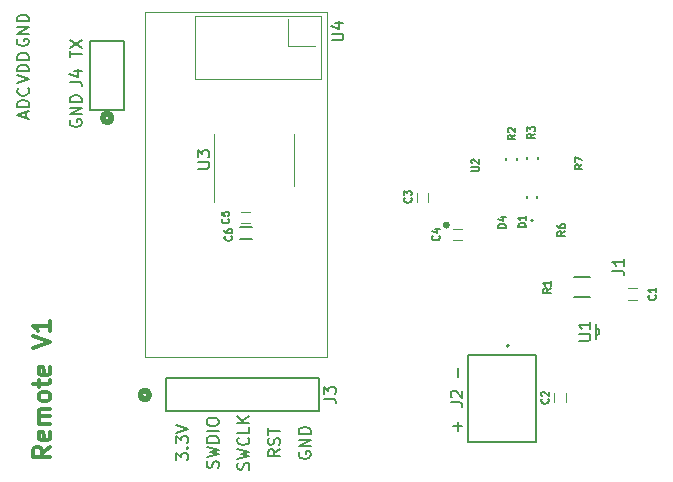
<source format=gbr>
%TF.GenerationSoftware,KiCad,Pcbnew,7.0.8*%
%TF.CreationDate,2024-01-19T17:30:03-07:00*%
%TF.ProjectId,Remote,52656d6f-7465-42e6-9b69-6361645f7063,rev?*%
%TF.SameCoordinates,Original*%
%TF.FileFunction,Legend,Top*%
%TF.FilePolarity,Positive*%
%FSLAX46Y46*%
G04 Gerber Fmt 4.6, Leading zero omitted, Abs format (unit mm)*
G04 Created by KiCad (PCBNEW 7.0.8) date 2024-01-19 17:30:03*
%MOMM*%
%LPD*%
G01*
G04 APERTURE LIST*
%ADD10C,0.150000*%
%ADD11C,0.300000*%
%ADD12C,0.152400*%
%ADD13C,0.100000*%
%ADD14C,0.127000*%
%ADD15C,0.120000*%
%ADD16C,0.200000*%
%ADD17C,0.508000*%
G04 APERTURE END LIST*
D10*
X159808866Y-93223220D02*
X159808866Y-92461316D01*
X146377438Y-99550839D02*
X146329819Y-99646077D01*
X146329819Y-99646077D02*
X146329819Y-99788934D01*
X146329819Y-99788934D02*
X146377438Y-99931791D01*
X146377438Y-99931791D02*
X146472676Y-100027029D01*
X146472676Y-100027029D02*
X146567914Y-100074648D01*
X146567914Y-100074648D02*
X146758390Y-100122267D01*
X146758390Y-100122267D02*
X146901247Y-100122267D01*
X146901247Y-100122267D02*
X147091723Y-100074648D01*
X147091723Y-100074648D02*
X147186961Y-100027029D01*
X147186961Y-100027029D02*
X147282200Y-99931791D01*
X147282200Y-99931791D02*
X147329819Y-99788934D01*
X147329819Y-99788934D02*
X147329819Y-99693696D01*
X147329819Y-99693696D02*
X147282200Y-99550839D01*
X147282200Y-99550839D02*
X147234580Y-99503220D01*
X147234580Y-99503220D02*
X146901247Y-99503220D01*
X146901247Y-99503220D02*
X146901247Y-99693696D01*
X147329819Y-99074648D02*
X146329819Y-99074648D01*
X146329819Y-99074648D02*
X147329819Y-98503220D01*
X147329819Y-98503220D02*
X146329819Y-98503220D01*
X147329819Y-98027029D02*
X146329819Y-98027029D01*
X146329819Y-98027029D02*
X146329819Y-97788934D01*
X146329819Y-97788934D02*
X146377438Y-97646077D01*
X146377438Y-97646077D02*
X146472676Y-97550839D01*
X146472676Y-97550839D02*
X146567914Y-97503220D01*
X146567914Y-97503220D02*
X146758390Y-97455601D01*
X146758390Y-97455601D02*
X146901247Y-97455601D01*
X146901247Y-97455601D02*
X147091723Y-97503220D01*
X147091723Y-97503220D02*
X147186961Y-97550839D01*
X147186961Y-97550839D02*
X147282200Y-97646077D01*
X147282200Y-97646077D02*
X147329819Y-97788934D01*
X147329819Y-97788934D02*
X147329819Y-98027029D01*
X144732319Y-99336554D02*
X144256128Y-99669887D01*
X144732319Y-99907982D02*
X143732319Y-99907982D01*
X143732319Y-99907982D02*
X143732319Y-99527030D01*
X143732319Y-99527030D02*
X143779938Y-99431792D01*
X143779938Y-99431792D02*
X143827557Y-99384173D01*
X143827557Y-99384173D02*
X143922795Y-99336554D01*
X143922795Y-99336554D02*
X144065652Y-99336554D01*
X144065652Y-99336554D02*
X144160890Y-99384173D01*
X144160890Y-99384173D02*
X144208509Y-99431792D01*
X144208509Y-99431792D02*
X144256128Y-99527030D01*
X144256128Y-99527030D02*
X144256128Y-99907982D01*
X144684700Y-98955601D02*
X144732319Y-98812744D01*
X144732319Y-98812744D02*
X144732319Y-98574649D01*
X144732319Y-98574649D02*
X144684700Y-98479411D01*
X144684700Y-98479411D02*
X144637080Y-98431792D01*
X144637080Y-98431792D02*
X144541842Y-98384173D01*
X144541842Y-98384173D02*
X144446604Y-98384173D01*
X144446604Y-98384173D02*
X144351366Y-98431792D01*
X144351366Y-98431792D02*
X144303747Y-98479411D01*
X144303747Y-98479411D02*
X144256128Y-98574649D01*
X144256128Y-98574649D02*
X144208509Y-98765125D01*
X144208509Y-98765125D02*
X144160890Y-98860363D01*
X144160890Y-98860363D02*
X144113271Y-98907982D01*
X144113271Y-98907982D02*
X144018033Y-98955601D01*
X144018033Y-98955601D02*
X143922795Y-98955601D01*
X143922795Y-98955601D02*
X143827557Y-98907982D01*
X143827557Y-98907982D02*
X143779938Y-98860363D01*
X143779938Y-98860363D02*
X143732319Y-98765125D01*
X143732319Y-98765125D02*
X143732319Y-98527030D01*
X143732319Y-98527030D02*
X143779938Y-98384173D01*
X143732319Y-98098458D02*
X143732319Y-97527030D01*
X144732319Y-97812744D02*
X143732319Y-97812744D01*
X142087200Y-101050839D02*
X142134819Y-100907982D01*
X142134819Y-100907982D02*
X142134819Y-100669887D01*
X142134819Y-100669887D02*
X142087200Y-100574649D01*
X142087200Y-100574649D02*
X142039580Y-100527030D01*
X142039580Y-100527030D02*
X141944342Y-100479411D01*
X141944342Y-100479411D02*
X141849104Y-100479411D01*
X141849104Y-100479411D02*
X141753866Y-100527030D01*
X141753866Y-100527030D02*
X141706247Y-100574649D01*
X141706247Y-100574649D02*
X141658628Y-100669887D01*
X141658628Y-100669887D02*
X141611009Y-100860363D01*
X141611009Y-100860363D02*
X141563390Y-100955601D01*
X141563390Y-100955601D02*
X141515771Y-101003220D01*
X141515771Y-101003220D02*
X141420533Y-101050839D01*
X141420533Y-101050839D02*
X141325295Y-101050839D01*
X141325295Y-101050839D02*
X141230057Y-101003220D01*
X141230057Y-101003220D02*
X141182438Y-100955601D01*
X141182438Y-100955601D02*
X141134819Y-100860363D01*
X141134819Y-100860363D02*
X141134819Y-100622268D01*
X141134819Y-100622268D02*
X141182438Y-100479411D01*
X141134819Y-100146077D02*
X142134819Y-99907982D01*
X142134819Y-99907982D02*
X141420533Y-99717506D01*
X141420533Y-99717506D02*
X142134819Y-99527030D01*
X142134819Y-99527030D02*
X141134819Y-99288935D01*
X142039580Y-98336554D02*
X142087200Y-98384173D01*
X142087200Y-98384173D02*
X142134819Y-98527030D01*
X142134819Y-98527030D02*
X142134819Y-98622268D01*
X142134819Y-98622268D02*
X142087200Y-98765125D01*
X142087200Y-98765125D02*
X141991961Y-98860363D01*
X141991961Y-98860363D02*
X141896723Y-98907982D01*
X141896723Y-98907982D02*
X141706247Y-98955601D01*
X141706247Y-98955601D02*
X141563390Y-98955601D01*
X141563390Y-98955601D02*
X141372914Y-98907982D01*
X141372914Y-98907982D02*
X141277676Y-98860363D01*
X141277676Y-98860363D02*
X141182438Y-98765125D01*
X141182438Y-98765125D02*
X141134819Y-98622268D01*
X141134819Y-98622268D02*
X141134819Y-98527030D01*
X141134819Y-98527030D02*
X141182438Y-98384173D01*
X141182438Y-98384173D02*
X141230057Y-98336554D01*
X142134819Y-97431792D02*
X142134819Y-97907982D01*
X142134819Y-97907982D02*
X141134819Y-97907982D01*
X142134819Y-97098458D02*
X141134819Y-97098458D01*
X142134819Y-96527030D02*
X141563390Y-96955601D01*
X141134819Y-96527030D02*
X141706247Y-97098458D01*
X126997438Y-71449411D02*
X126949819Y-71544649D01*
X126949819Y-71544649D02*
X126949819Y-71687506D01*
X126949819Y-71687506D02*
X126997438Y-71830363D01*
X126997438Y-71830363D02*
X127092676Y-71925601D01*
X127092676Y-71925601D02*
X127187914Y-71973220D01*
X127187914Y-71973220D02*
X127378390Y-72020839D01*
X127378390Y-72020839D02*
X127521247Y-72020839D01*
X127521247Y-72020839D02*
X127711723Y-71973220D01*
X127711723Y-71973220D02*
X127806961Y-71925601D01*
X127806961Y-71925601D02*
X127902200Y-71830363D01*
X127902200Y-71830363D02*
X127949819Y-71687506D01*
X127949819Y-71687506D02*
X127949819Y-71592268D01*
X127949819Y-71592268D02*
X127902200Y-71449411D01*
X127902200Y-71449411D02*
X127854580Y-71401792D01*
X127854580Y-71401792D02*
X127521247Y-71401792D01*
X127521247Y-71401792D02*
X127521247Y-71592268D01*
X127949819Y-70973220D02*
X126949819Y-70973220D01*
X126949819Y-70973220D02*
X127949819Y-70401792D01*
X127949819Y-70401792D02*
X126949819Y-70401792D01*
X127949819Y-69925601D02*
X126949819Y-69925601D01*
X126949819Y-69925601D02*
X126949819Y-69687506D01*
X126949819Y-69687506D02*
X126997438Y-69544649D01*
X126997438Y-69544649D02*
X127092676Y-69449411D01*
X127092676Y-69449411D02*
X127187914Y-69401792D01*
X127187914Y-69401792D02*
X127378390Y-69354173D01*
X127378390Y-69354173D02*
X127521247Y-69354173D01*
X127521247Y-69354173D02*
X127711723Y-69401792D01*
X127711723Y-69401792D02*
X127806961Y-69449411D01*
X127806961Y-69449411D02*
X127902200Y-69544649D01*
X127902200Y-69544649D02*
X127949819Y-69687506D01*
X127949819Y-69687506D02*
X127949819Y-69925601D01*
X135939819Y-100265124D02*
X135939819Y-99646077D01*
X135939819Y-99646077D02*
X136320771Y-99979410D01*
X136320771Y-99979410D02*
X136320771Y-99836553D01*
X136320771Y-99836553D02*
X136368390Y-99741315D01*
X136368390Y-99741315D02*
X136416009Y-99693696D01*
X136416009Y-99693696D02*
X136511247Y-99646077D01*
X136511247Y-99646077D02*
X136749342Y-99646077D01*
X136749342Y-99646077D02*
X136844580Y-99693696D01*
X136844580Y-99693696D02*
X136892200Y-99741315D01*
X136892200Y-99741315D02*
X136939819Y-99836553D01*
X136939819Y-99836553D02*
X136939819Y-100122267D01*
X136939819Y-100122267D02*
X136892200Y-100217505D01*
X136892200Y-100217505D02*
X136844580Y-100265124D01*
X136844580Y-99217505D02*
X136892200Y-99169886D01*
X136892200Y-99169886D02*
X136939819Y-99217505D01*
X136939819Y-99217505D02*
X136892200Y-99265124D01*
X136892200Y-99265124D02*
X136844580Y-99217505D01*
X136844580Y-99217505D02*
X136939819Y-99217505D01*
X135939819Y-98836553D02*
X135939819Y-98217506D01*
X135939819Y-98217506D02*
X136320771Y-98550839D01*
X136320771Y-98550839D02*
X136320771Y-98407982D01*
X136320771Y-98407982D02*
X136368390Y-98312744D01*
X136368390Y-98312744D02*
X136416009Y-98265125D01*
X136416009Y-98265125D02*
X136511247Y-98217506D01*
X136511247Y-98217506D02*
X136749342Y-98217506D01*
X136749342Y-98217506D02*
X136844580Y-98265125D01*
X136844580Y-98265125D02*
X136892200Y-98312744D01*
X136892200Y-98312744D02*
X136939819Y-98407982D01*
X136939819Y-98407982D02*
X136939819Y-98693696D01*
X136939819Y-98693696D02*
X136892200Y-98788934D01*
X136892200Y-98788934D02*
X136844580Y-98836553D01*
X135939819Y-97931791D02*
X136939819Y-97598458D01*
X136939819Y-97598458D02*
X135939819Y-97265125D01*
D11*
X125300828Y-99108346D02*
X124586542Y-99608346D01*
X125300828Y-99965489D02*
X123800828Y-99965489D01*
X123800828Y-99965489D02*
X123800828Y-99394060D01*
X123800828Y-99394060D02*
X123872257Y-99251203D01*
X123872257Y-99251203D02*
X123943685Y-99179774D01*
X123943685Y-99179774D02*
X124086542Y-99108346D01*
X124086542Y-99108346D02*
X124300828Y-99108346D01*
X124300828Y-99108346D02*
X124443685Y-99179774D01*
X124443685Y-99179774D02*
X124515114Y-99251203D01*
X124515114Y-99251203D02*
X124586542Y-99394060D01*
X124586542Y-99394060D02*
X124586542Y-99965489D01*
X125229400Y-97894060D02*
X125300828Y-98036917D01*
X125300828Y-98036917D02*
X125300828Y-98322632D01*
X125300828Y-98322632D02*
X125229400Y-98465489D01*
X125229400Y-98465489D02*
X125086542Y-98536917D01*
X125086542Y-98536917D02*
X124515114Y-98536917D01*
X124515114Y-98536917D02*
X124372257Y-98465489D01*
X124372257Y-98465489D02*
X124300828Y-98322632D01*
X124300828Y-98322632D02*
X124300828Y-98036917D01*
X124300828Y-98036917D02*
X124372257Y-97894060D01*
X124372257Y-97894060D02*
X124515114Y-97822632D01*
X124515114Y-97822632D02*
X124657971Y-97822632D01*
X124657971Y-97822632D02*
X124800828Y-98536917D01*
X125300828Y-97179775D02*
X124300828Y-97179775D01*
X124443685Y-97179775D02*
X124372257Y-97108346D01*
X124372257Y-97108346D02*
X124300828Y-96965489D01*
X124300828Y-96965489D02*
X124300828Y-96751203D01*
X124300828Y-96751203D02*
X124372257Y-96608346D01*
X124372257Y-96608346D02*
X124515114Y-96536918D01*
X124515114Y-96536918D02*
X125300828Y-96536918D01*
X124515114Y-96536918D02*
X124372257Y-96465489D01*
X124372257Y-96465489D02*
X124300828Y-96322632D01*
X124300828Y-96322632D02*
X124300828Y-96108346D01*
X124300828Y-96108346D02*
X124372257Y-95965489D01*
X124372257Y-95965489D02*
X124515114Y-95894060D01*
X124515114Y-95894060D02*
X125300828Y-95894060D01*
X125300828Y-94965489D02*
X125229400Y-95108346D01*
X125229400Y-95108346D02*
X125157971Y-95179775D01*
X125157971Y-95179775D02*
X125015114Y-95251203D01*
X125015114Y-95251203D02*
X124586542Y-95251203D01*
X124586542Y-95251203D02*
X124443685Y-95179775D01*
X124443685Y-95179775D02*
X124372257Y-95108346D01*
X124372257Y-95108346D02*
X124300828Y-94965489D01*
X124300828Y-94965489D02*
X124300828Y-94751203D01*
X124300828Y-94751203D02*
X124372257Y-94608346D01*
X124372257Y-94608346D02*
X124443685Y-94536918D01*
X124443685Y-94536918D02*
X124586542Y-94465489D01*
X124586542Y-94465489D02*
X125015114Y-94465489D01*
X125015114Y-94465489D02*
X125157971Y-94536918D01*
X125157971Y-94536918D02*
X125229400Y-94608346D01*
X125229400Y-94608346D02*
X125300828Y-94751203D01*
X125300828Y-94751203D02*
X125300828Y-94965489D01*
X124300828Y-94036917D02*
X124300828Y-93465489D01*
X123800828Y-93822632D02*
X125086542Y-93822632D01*
X125086542Y-93822632D02*
X125229400Y-93751203D01*
X125229400Y-93751203D02*
X125300828Y-93608346D01*
X125300828Y-93608346D02*
X125300828Y-93465489D01*
X125229400Y-92394060D02*
X125300828Y-92536917D01*
X125300828Y-92536917D02*
X125300828Y-92822632D01*
X125300828Y-92822632D02*
X125229400Y-92965489D01*
X125229400Y-92965489D02*
X125086542Y-93036917D01*
X125086542Y-93036917D02*
X124515114Y-93036917D01*
X124515114Y-93036917D02*
X124372257Y-92965489D01*
X124372257Y-92965489D02*
X124300828Y-92822632D01*
X124300828Y-92822632D02*
X124300828Y-92536917D01*
X124300828Y-92536917D02*
X124372257Y-92394060D01*
X124372257Y-92394060D02*
X124515114Y-92322632D01*
X124515114Y-92322632D02*
X124657971Y-92322632D01*
X124657971Y-92322632D02*
X124800828Y-93036917D01*
X123800828Y-90751203D02*
X125300828Y-90251203D01*
X125300828Y-90251203D02*
X123800828Y-89751203D01*
X125300828Y-88465489D02*
X125300828Y-89322632D01*
X125300828Y-88894061D02*
X123800828Y-88894061D01*
X123800828Y-88894061D02*
X124015114Y-89036918D01*
X124015114Y-89036918D02*
X124157971Y-89179775D01*
X124157971Y-89179775D02*
X124229400Y-89322632D01*
D10*
X159808866Y-97743220D02*
X159808866Y-96981316D01*
X160189819Y-97362268D02*
X159427914Y-97362268D01*
X139489700Y-100907981D02*
X139537319Y-100765124D01*
X139537319Y-100765124D02*
X139537319Y-100527029D01*
X139537319Y-100527029D02*
X139489700Y-100431791D01*
X139489700Y-100431791D02*
X139442080Y-100384172D01*
X139442080Y-100384172D02*
X139346842Y-100336553D01*
X139346842Y-100336553D02*
X139251604Y-100336553D01*
X139251604Y-100336553D02*
X139156366Y-100384172D01*
X139156366Y-100384172D02*
X139108747Y-100431791D01*
X139108747Y-100431791D02*
X139061128Y-100527029D01*
X139061128Y-100527029D02*
X139013509Y-100717505D01*
X139013509Y-100717505D02*
X138965890Y-100812743D01*
X138965890Y-100812743D02*
X138918271Y-100860362D01*
X138918271Y-100860362D02*
X138823033Y-100907981D01*
X138823033Y-100907981D02*
X138727795Y-100907981D01*
X138727795Y-100907981D02*
X138632557Y-100860362D01*
X138632557Y-100860362D02*
X138584938Y-100812743D01*
X138584938Y-100812743D02*
X138537319Y-100717505D01*
X138537319Y-100717505D02*
X138537319Y-100479410D01*
X138537319Y-100479410D02*
X138584938Y-100336553D01*
X138537319Y-100003219D02*
X139537319Y-99765124D01*
X139537319Y-99765124D02*
X138823033Y-99574648D01*
X138823033Y-99574648D02*
X139537319Y-99384172D01*
X139537319Y-99384172D02*
X138537319Y-99146077D01*
X139537319Y-98765124D02*
X138537319Y-98765124D01*
X138537319Y-98765124D02*
X138537319Y-98527029D01*
X138537319Y-98527029D02*
X138584938Y-98384172D01*
X138584938Y-98384172D02*
X138680176Y-98288934D01*
X138680176Y-98288934D02*
X138775414Y-98241315D01*
X138775414Y-98241315D02*
X138965890Y-98193696D01*
X138965890Y-98193696D02*
X139108747Y-98193696D01*
X139108747Y-98193696D02*
X139299223Y-98241315D01*
X139299223Y-98241315D02*
X139394461Y-98288934D01*
X139394461Y-98288934D02*
X139489700Y-98384172D01*
X139489700Y-98384172D02*
X139537319Y-98527029D01*
X139537319Y-98527029D02*
X139537319Y-98765124D01*
X139537319Y-97765124D02*
X138537319Y-97765124D01*
X138537319Y-97098458D02*
X138537319Y-96907982D01*
X138537319Y-96907982D02*
X138584938Y-96812744D01*
X138584938Y-96812744D02*
X138680176Y-96717506D01*
X138680176Y-96717506D02*
X138870652Y-96669887D01*
X138870652Y-96669887D02*
X139203985Y-96669887D01*
X139203985Y-96669887D02*
X139394461Y-96717506D01*
X139394461Y-96717506D02*
X139489700Y-96812744D01*
X139489700Y-96812744D02*
X139537319Y-96907982D01*
X139537319Y-96907982D02*
X139537319Y-97098458D01*
X139537319Y-97098458D02*
X139489700Y-97193696D01*
X139489700Y-97193696D02*
X139394461Y-97288934D01*
X139394461Y-97288934D02*
X139203985Y-97336553D01*
X139203985Y-97336553D02*
X138870652Y-97336553D01*
X138870652Y-97336553D02*
X138680176Y-97288934D01*
X138680176Y-97288934D02*
X138584938Y-97193696D01*
X138584938Y-97193696D02*
X138537319Y-97098458D01*
X126959819Y-66136077D02*
X126959819Y-65564649D01*
X127959819Y-65850363D02*
X126959819Y-65850363D01*
X126959819Y-65326553D02*
X127959819Y-64659887D01*
X126959819Y-64659887D02*
X127959819Y-65326553D01*
X170338963Y-75214833D02*
X170036582Y-75426500D01*
X170338963Y-75577690D02*
X169703963Y-75577690D01*
X169703963Y-75577690D02*
X169703963Y-75335785D01*
X169703963Y-75335785D02*
X169734201Y-75275309D01*
X169734201Y-75275309D02*
X169764439Y-75245071D01*
X169764439Y-75245071D02*
X169824915Y-75214833D01*
X169824915Y-75214833D02*
X169915629Y-75214833D01*
X169915629Y-75214833D02*
X169976105Y-75245071D01*
X169976105Y-75245071D02*
X170006344Y-75275309D01*
X170006344Y-75275309D02*
X170036582Y-75335785D01*
X170036582Y-75335785D02*
X170036582Y-75577690D01*
X169703963Y-75003166D02*
X169703963Y-74579833D01*
X169703963Y-74579833D02*
X170338963Y-74851976D01*
X170012609Y-90127834D02*
X170822132Y-90127834D01*
X170822132Y-90127834D02*
X170917370Y-90080215D01*
X170917370Y-90080215D02*
X170964990Y-90032596D01*
X170964990Y-90032596D02*
X171012609Y-89937358D01*
X171012609Y-89937358D02*
X171012609Y-89746882D01*
X171012609Y-89746882D02*
X170964990Y-89651644D01*
X170964990Y-89651644D02*
X170917370Y-89604025D01*
X170917370Y-89604025D02*
X170822132Y-89556406D01*
X170822132Y-89556406D02*
X170012609Y-89556406D01*
X171012609Y-88556406D02*
X171012609Y-89127834D01*
X171012609Y-88842120D02*
X170012609Y-88842120D01*
X170012609Y-88842120D02*
X170155466Y-88937358D01*
X170155466Y-88937358D02*
X170250704Y-89032596D01*
X170250704Y-89032596D02*
X170298323Y-89127834D01*
X140366686Y-79801833D02*
X140396925Y-79832071D01*
X140396925Y-79832071D02*
X140427163Y-79922785D01*
X140427163Y-79922785D02*
X140427163Y-79983261D01*
X140427163Y-79983261D02*
X140396925Y-80073976D01*
X140396925Y-80073976D02*
X140336448Y-80134452D01*
X140336448Y-80134452D02*
X140275972Y-80164690D01*
X140275972Y-80164690D02*
X140155020Y-80194928D01*
X140155020Y-80194928D02*
X140064305Y-80194928D01*
X140064305Y-80194928D02*
X139943353Y-80164690D01*
X139943353Y-80164690D02*
X139882877Y-80134452D01*
X139882877Y-80134452D02*
X139822401Y-80073976D01*
X139822401Y-80073976D02*
X139792163Y-79983261D01*
X139792163Y-79983261D02*
X139792163Y-79922785D01*
X139792163Y-79922785D02*
X139822401Y-79832071D01*
X139822401Y-79832071D02*
X139852639Y-79801833D01*
X139792163Y-79227309D02*
X139792163Y-79529690D01*
X139792163Y-79529690D02*
X140094544Y-79559928D01*
X140094544Y-79559928D02*
X140064305Y-79529690D01*
X140064305Y-79529690D02*
X140034067Y-79469214D01*
X140034067Y-79469214D02*
X140034067Y-79318023D01*
X140034067Y-79318023D02*
X140064305Y-79257547D01*
X140064305Y-79257547D02*
X140094544Y-79227309D01*
X140094544Y-79227309D02*
X140155020Y-79197071D01*
X140155020Y-79197071D02*
X140306210Y-79197071D01*
X140306210Y-79197071D02*
X140366686Y-79227309D01*
X140366686Y-79227309D02*
X140396925Y-79257547D01*
X140396925Y-79257547D02*
X140427163Y-79318023D01*
X140427163Y-79318023D02*
X140427163Y-79469214D01*
X140427163Y-79469214D02*
X140396925Y-79529690D01*
X140396925Y-79529690D02*
X140366686Y-79559928D01*
X160929348Y-75760988D02*
X161443395Y-75760988D01*
X161443395Y-75760988D02*
X161503871Y-75730750D01*
X161503871Y-75730750D02*
X161534110Y-75700512D01*
X161534110Y-75700512D02*
X161564348Y-75640036D01*
X161564348Y-75640036D02*
X161564348Y-75519083D01*
X161564348Y-75519083D02*
X161534110Y-75458607D01*
X161534110Y-75458607D02*
X161503871Y-75428369D01*
X161503871Y-75428369D02*
X161443395Y-75398131D01*
X161443395Y-75398131D02*
X160929348Y-75398131D01*
X160989824Y-75125988D02*
X160959586Y-75095750D01*
X160959586Y-75095750D02*
X160929348Y-75035274D01*
X160929348Y-75035274D02*
X160929348Y-74884083D01*
X160929348Y-74884083D02*
X160959586Y-74823607D01*
X160959586Y-74823607D02*
X160989824Y-74793369D01*
X160989824Y-74793369D02*
X161050300Y-74763131D01*
X161050300Y-74763131D02*
X161110776Y-74763131D01*
X161110776Y-74763131D02*
X161201490Y-74793369D01*
X161201490Y-74793369D02*
X161564348Y-75156226D01*
X161564348Y-75156226D02*
X161564348Y-74763131D01*
X163853614Y-80583989D02*
X163218614Y-80583989D01*
X163218614Y-80583989D02*
X163218614Y-80432799D01*
X163218614Y-80432799D02*
X163248852Y-80342084D01*
X163248852Y-80342084D02*
X163309328Y-80281608D01*
X163309328Y-80281608D02*
X163369804Y-80251370D01*
X163369804Y-80251370D02*
X163490756Y-80221132D01*
X163490756Y-80221132D02*
X163581471Y-80221132D01*
X163581471Y-80221132D02*
X163702423Y-80251370D01*
X163702423Y-80251370D02*
X163762899Y-80281608D01*
X163762899Y-80281608D02*
X163823376Y-80342084D01*
X163823376Y-80342084D02*
X163853614Y-80432799D01*
X163853614Y-80432799D02*
X163853614Y-80583989D01*
X163430280Y-79676846D02*
X163853614Y-79676846D01*
X163188376Y-79828037D02*
X163641947Y-79979227D01*
X163641947Y-79979227D02*
X163641947Y-79586132D01*
X149099819Y-64706904D02*
X149909342Y-64706904D01*
X149909342Y-64706904D02*
X150004580Y-64659285D01*
X150004580Y-64659285D02*
X150052200Y-64611666D01*
X150052200Y-64611666D02*
X150099819Y-64516428D01*
X150099819Y-64516428D02*
X150099819Y-64325952D01*
X150099819Y-64325952D02*
X150052200Y-64230714D01*
X150052200Y-64230714D02*
X150004580Y-64183095D01*
X150004580Y-64183095D02*
X149909342Y-64135476D01*
X149909342Y-64135476D02*
X149099819Y-64135476D01*
X149433152Y-63230714D02*
X150099819Y-63230714D01*
X149052200Y-63468809D02*
X149766485Y-63706904D01*
X149766485Y-63706904D02*
X149766485Y-63087857D01*
X176505486Y-86285833D02*
X176535725Y-86316071D01*
X176535725Y-86316071D02*
X176565963Y-86406785D01*
X176565963Y-86406785D02*
X176565963Y-86467261D01*
X176565963Y-86467261D02*
X176535725Y-86557976D01*
X176535725Y-86557976D02*
X176475248Y-86618452D01*
X176475248Y-86618452D02*
X176414772Y-86648690D01*
X176414772Y-86648690D02*
X176293820Y-86678928D01*
X176293820Y-86678928D02*
X176203105Y-86678928D01*
X176203105Y-86678928D02*
X176082153Y-86648690D01*
X176082153Y-86648690D02*
X176021677Y-86618452D01*
X176021677Y-86618452D02*
X175961201Y-86557976D01*
X175961201Y-86557976D02*
X175930963Y-86467261D01*
X175930963Y-86467261D02*
X175930963Y-86406785D01*
X175930963Y-86406785D02*
X175961201Y-86316071D01*
X175961201Y-86316071D02*
X175991439Y-86285833D01*
X176565963Y-85681071D02*
X176565963Y-86043928D01*
X176565963Y-85862500D02*
X175930963Y-85862500D01*
X175930963Y-85862500D02*
X176021677Y-85922976D01*
X176021677Y-85922976D02*
X176082153Y-85983452D01*
X176082153Y-85983452D02*
X176112391Y-86043928D01*
X122511928Y-64614454D02*
X122464309Y-64709692D01*
X122464309Y-64709692D02*
X122464309Y-64852549D01*
X122464309Y-64852549D02*
X122511928Y-64995406D01*
X122511928Y-64995406D02*
X122607166Y-65090644D01*
X122607166Y-65090644D02*
X122702404Y-65138263D01*
X122702404Y-65138263D02*
X122892880Y-65185882D01*
X122892880Y-65185882D02*
X123035737Y-65185882D01*
X123035737Y-65185882D02*
X123226213Y-65138263D01*
X123226213Y-65138263D02*
X123321451Y-65090644D01*
X123321451Y-65090644D02*
X123416690Y-64995406D01*
X123416690Y-64995406D02*
X123464309Y-64852549D01*
X123464309Y-64852549D02*
X123464309Y-64757311D01*
X123464309Y-64757311D02*
X123416690Y-64614454D01*
X123416690Y-64614454D02*
X123369070Y-64566835D01*
X123369070Y-64566835D02*
X123035737Y-64566835D01*
X123035737Y-64566835D02*
X123035737Y-64757311D01*
X123464309Y-64138263D02*
X122464309Y-64138263D01*
X122464309Y-64138263D02*
X123464309Y-63566835D01*
X123464309Y-63566835D02*
X122464309Y-63566835D01*
X123464309Y-63090644D02*
X122464309Y-63090644D01*
X122464309Y-63090644D02*
X122464309Y-62852549D01*
X122464309Y-62852549D02*
X122511928Y-62709692D01*
X122511928Y-62709692D02*
X122607166Y-62614454D01*
X122607166Y-62614454D02*
X122702404Y-62566835D01*
X122702404Y-62566835D02*
X122892880Y-62519216D01*
X122892880Y-62519216D02*
X123035737Y-62519216D01*
X123035737Y-62519216D02*
X123226213Y-62566835D01*
X123226213Y-62566835D02*
X123321451Y-62614454D01*
X123321451Y-62614454D02*
X123416690Y-62709692D01*
X123416690Y-62709692D02*
X123464309Y-62852549D01*
X123464309Y-62852549D02*
X123464309Y-63090644D01*
X172874819Y-84201833D02*
X173589104Y-84201833D01*
X173589104Y-84201833D02*
X173731961Y-84249452D01*
X173731961Y-84249452D02*
X173827200Y-84344690D01*
X173827200Y-84344690D02*
X173874819Y-84487547D01*
X173874819Y-84487547D02*
X173874819Y-84582785D01*
X173874819Y-83201833D02*
X173874819Y-83773261D01*
X173874819Y-83487547D02*
X172874819Y-83487547D01*
X172874819Y-83487547D02*
X173017676Y-83582785D01*
X173017676Y-83582785D02*
X173112914Y-83678023D01*
X173112914Y-83678023D02*
X173160533Y-83773261D01*
X165542302Y-80541370D02*
X164907302Y-80541370D01*
X164907302Y-80541370D02*
X164907302Y-80390180D01*
X164907302Y-80390180D02*
X164937540Y-80299465D01*
X164937540Y-80299465D02*
X164998016Y-80238989D01*
X164998016Y-80238989D02*
X165058492Y-80208751D01*
X165058492Y-80208751D02*
X165179444Y-80178513D01*
X165179444Y-80178513D02*
X165270159Y-80178513D01*
X165270159Y-80178513D02*
X165391111Y-80208751D01*
X165391111Y-80208751D02*
X165451587Y-80238989D01*
X165451587Y-80238989D02*
X165512064Y-80299465D01*
X165512064Y-80299465D02*
X165542302Y-80390180D01*
X165542302Y-80390180D02*
X165542302Y-80541370D01*
X165542302Y-79573751D02*
X165542302Y-79936608D01*
X165542302Y-79755180D02*
X164907302Y-79755180D01*
X164907302Y-79755180D02*
X164998016Y-79815656D01*
X164998016Y-79815656D02*
X165058492Y-79876132D01*
X165058492Y-79876132D02*
X165088730Y-79936608D01*
X164665963Y-72705833D02*
X164363582Y-72917500D01*
X164665963Y-73068690D02*
X164030963Y-73068690D01*
X164030963Y-73068690D02*
X164030963Y-72826785D01*
X164030963Y-72826785D02*
X164061201Y-72766309D01*
X164061201Y-72766309D02*
X164091439Y-72736071D01*
X164091439Y-72736071D02*
X164151915Y-72705833D01*
X164151915Y-72705833D02*
X164242629Y-72705833D01*
X164242629Y-72705833D02*
X164303105Y-72736071D01*
X164303105Y-72736071D02*
X164333344Y-72766309D01*
X164333344Y-72766309D02*
X164363582Y-72826785D01*
X164363582Y-72826785D02*
X164363582Y-73068690D01*
X164091439Y-72463928D02*
X164061201Y-72433690D01*
X164061201Y-72433690D02*
X164030963Y-72373214D01*
X164030963Y-72373214D02*
X164030963Y-72222023D01*
X164030963Y-72222023D02*
X164061201Y-72161547D01*
X164061201Y-72161547D02*
X164091439Y-72131309D01*
X164091439Y-72131309D02*
X164151915Y-72101071D01*
X164151915Y-72101071D02*
X164212391Y-72101071D01*
X164212391Y-72101071D02*
X164303105Y-72131309D01*
X164303105Y-72131309D02*
X164665963Y-72494166D01*
X164665963Y-72494166D02*
X164665963Y-72101071D01*
X166325963Y-72605833D02*
X166023582Y-72817500D01*
X166325963Y-72968690D02*
X165690963Y-72968690D01*
X165690963Y-72968690D02*
X165690963Y-72726785D01*
X165690963Y-72726785D02*
X165721201Y-72666309D01*
X165721201Y-72666309D02*
X165751439Y-72636071D01*
X165751439Y-72636071D02*
X165811915Y-72605833D01*
X165811915Y-72605833D02*
X165902629Y-72605833D01*
X165902629Y-72605833D02*
X165963105Y-72636071D01*
X165963105Y-72636071D02*
X165993344Y-72666309D01*
X165993344Y-72666309D02*
X166023582Y-72726785D01*
X166023582Y-72726785D02*
X166023582Y-72968690D01*
X165690963Y-72394166D02*
X165690963Y-72001071D01*
X165690963Y-72001071D02*
X165932867Y-72212738D01*
X165932867Y-72212738D02*
X165932867Y-72122023D01*
X165932867Y-72122023D02*
X165963105Y-72061547D01*
X165963105Y-72061547D02*
X165993344Y-72031309D01*
X165993344Y-72031309D02*
X166053820Y-72001071D01*
X166053820Y-72001071D02*
X166205010Y-72001071D01*
X166205010Y-72001071D02*
X166265486Y-72031309D01*
X166265486Y-72031309D02*
X166295725Y-72061547D01*
X166295725Y-72061547D02*
X166325963Y-72122023D01*
X166325963Y-72122023D02*
X166325963Y-72303452D01*
X166325963Y-72303452D02*
X166295725Y-72363928D01*
X166295725Y-72363928D02*
X166265486Y-72394166D01*
X126953069Y-68199133D02*
X127667354Y-68199133D01*
X127667354Y-68199133D02*
X127810211Y-68246752D01*
X127810211Y-68246752D02*
X127905450Y-68341990D01*
X127905450Y-68341990D02*
X127953069Y-68484847D01*
X127953069Y-68484847D02*
X127953069Y-68580085D01*
X127286402Y-67294371D02*
X127953069Y-67294371D01*
X126905450Y-67532466D02*
X127619735Y-67770561D01*
X127619735Y-67770561D02*
X127619735Y-67151514D01*
X148454819Y-95033333D02*
X149169104Y-95033333D01*
X149169104Y-95033333D02*
X149311961Y-95080952D01*
X149311961Y-95080952D02*
X149407200Y-95176190D01*
X149407200Y-95176190D02*
X149454819Y-95319047D01*
X149454819Y-95319047D02*
X149454819Y-95414285D01*
X148454819Y-94652380D02*
X148454819Y-94033333D01*
X148454819Y-94033333D02*
X148835771Y-94366666D01*
X148835771Y-94366666D02*
X148835771Y-94223809D01*
X148835771Y-94223809D02*
X148883390Y-94128571D01*
X148883390Y-94128571D02*
X148931009Y-94080952D01*
X148931009Y-94080952D02*
X149026247Y-94033333D01*
X149026247Y-94033333D02*
X149264342Y-94033333D01*
X149264342Y-94033333D02*
X149359580Y-94080952D01*
X149359580Y-94080952D02*
X149407200Y-94128571D01*
X149407200Y-94128571D02*
X149454819Y-94223809D01*
X149454819Y-94223809D02*
X149454819Y-94509523D01*
X149454819Y-94509523D02*
X149407200Y-94604761D01*
X149407200Y-94604761D02*
X149359580Y-94652380D01*
X137769819Y-75556904D02*
X138579342Y-75556904D01*
X138579342Y-75556904D02*
X138674580Y-75509285D01*
X138674580Y-75509285D02*
X138722200Y-75461666D01*
X138722200Y-75461666D02*
X138769819Y-75366428D01*
X138769819Y-75366428D02*
X138769819Y-75175952D01*
X138769819Y-75175952D02*
X138722200Y-75080714D01*
X138722200Y-75080714D02*
X138674580Y-75033095D01*
X138674580Y-75033095D02*
X138579342Y-74985476D01*
X138579342Y-74985476D02*
X137769819Y-74985476D01*
X137769819Y-74604523D02*
X137769819Y-73985476D01*
X137769819Y-73985476D02*
X138150771Y-74318809D01*
X138150771Y-74318809D02*
X138150771Y-74175952D01*
X138150771Y-74175952D02*
X138198390Y-74080714D01*
X138198390Y-74080714D02*
X138246009Y-74033095D01*
X138246009Y-74033095D02*
X138341247Y-73985476D01*
X138341247Y-73985476D02*
X138579342Y-73985476D01*
X138579342Y-73985476D02*
X138674580Y-74033095D01*
X138674580Y-74033095D02*
X138722200Y-74080714D01*
X138722200Y-74080714D02*
X138769819Y-74175952D01*
X138769819Y-74175952D02*
X138769819Y-74461666D01*
X138769819Y-74461666D02*
X138722200Y-74556904D01*
X138722200Y-74556904D02*
X138674580Y-74604523D01*
X155823886Y-78049833D02*
X155854125Y-78080071D01*
X155854125Y-78080071D02*
X155884363Y-78170785D01*
X155884363Y-78170785D02*
X155884363Y-78231261D01*
X155884363Y-78231261D02*
X155854125Y-78321976D01*
X155854125Y-78321976D02*
X155793648Y-78382452D01*
X155793648Y-78382452D02*
X155733172Y-78412690D01*
X155733172Y-78412690D02*
X155612220Y-78442928D01*
X155612220Y-78442928D02*
X155521505Y-78442928D01*
X155521505Y-78442928D02*
X155400553Y-78412690D01*
X155400553Y-78412690D02*
X155340077Y-78382452D01*
X155340077Y-78382452D02*
X155279601Y-78321976D01*
X155279601Y-78321976D02*
X155249363Y-78231261D01*
X155249363Y-78231261D02*
X155249363Y-78170785D01*
X155249363Y-78170785D02*
X155279601Y-78080071D01*
X155279601Y-78080071D02*
X155309839Y-78049833D01*
X155249363Y-77838166D02*
X155249363Y-77445071D01*
X155249363Y-77445071D02*
X155491267Y-77656738D01*
X155491267Y-77656738D02*
X155491267Y-77566023D01*
X155491267Y-77566023D02*
X155521505Y-77505547D01*
X155521505Y-77505547D02*
X155551744Y-77475309D01*
X155551744Y-77475309D02*
X155612220Y-77445071D01*
X155612220Y-77445071D02*
X155763410Y-77445071D01*
X155763410Y-77445071D02*
X155823886Y-77475309D01*
X155823886Y-77475309D02*
X155854125Y-77505547D01*
X155854125Y-77505547D02*
X155884363Y-77566023D01*
X155884363Y-77566023D02*
X155884363Y-77747452D01*
X155884363Y-77747452D02*
X155854125Y-77807928D01*
X155854125Y-77807928D02*
X155823886Y-77838166D01*
X167429086Y-95059833D02*
X167459325Y-95090071D01*
X167459325Y-95090071D02*
X167489563Y-95180785D01*
X167489563Y-95180785D02*
X167489563Y-95241261D01*
X167489563Y-95241261D02*
X167459325Y-95331976D01*
X167459325Y-95331976D02*
X167398848Y-95392452D01*
X167398848Y-95392452D02*
X167338372Y-95422690D01*
X167338372Y-95422690D02*
X167217420Y-95452928D01*
X167217420Y-95452928D02*
X167126705Y-95452928D01*
X167126705Y-95452928D02*
X167005753Y-95422690D01*
X167005753Y-95422690D02*
X166945277Y-95392452D01*
X166945277Y-95392452D02*
X166884801Y-95331976D01*
X166884801Y-95331976D02*
X166854563Y-95241261D01*
X166854563Y-95241261D02*
X166854563Y-95180785D01*
X166854563Y-95180785D02*
X166884801Y-95090071D01*
X166884801Y-95090071D02*
X166915039Y-95059833D01*
X166915039Y-94817928D02*
X166884801Y-94787690D01*
X166884801Y-94787690D02*
X166854563Y-94727214D01*
X166854563Y-94727214D02*
X166854563Y-94576023D01*
X166854563Y-94576023D02*
X166884801Y-94515547D01*
X166884801Y-94515547D02*
X166915039Y-94485309D01*
X166915039Y-94485309D02*
X166975515Y-94455071D01*
X166975515Y-94455071D02*
X167035991Y-94455071D01*
X167035991Y-94455071D02*
X167126705Y-94485309D01*
X167126705Y-94485309D02*
X167489563Y-94848166D01*
X167489563Y-94848166D02*
X167489563Y-94455071D01*
X159184819Y-95353333D02*
X159899104Y-95353333D01*
X159899104Y-95353333D02*
X160041961Y-95400952D01*
X160041961Y-95400952D02*
X160137200Y-95496190D01*
X160137200Y-95496190D02*
X160184819Y-95639047D01*
X160184819Y-95639047D02*
X160184819Y-95734285D01*
X159280057Y-94924761D02*
X159232438Y-94877142D01*
X159232438Y-94877142D02*
X159184819Y-94781904D01*
X159184819Y-94781904D02*
X159184819Y-94543809D01*
X159184819Y-94543809D02*
X159232438Y-94448571D01*
X159232438Y-94448571D02*
X159280057Y-94400952D01*
X159280057Y-94400952D02*
X159375295Y-94353333D01*
X159375295Y-94353333D02*
X159470533Y-94353333D01*
X159470533Y-94353333D02*
X159613390Y-94400952D01*
X159613390Y-94400952D02*
X160184819Y-94972380D01*
X160184819Y-94972380D02*
X160184819Y-94353333D01*
X168868963Y-80868833D02*
X168566582Y-81080500D01*
X168868963Y-81231690D02*
X168233963Y-81231690D01*
X168233963Y-81231690D02*
X168233963Y-80989785D01*
X168233963Y-80989785D02*
X168264201Y-80929309D01*
X168264201Y-80929309D02*
X168294439Y-80899071D01*
X168294439Y-80899071D02*
X168354915Y-80868833D01*
X168354915Y-80868833D02*
X168445629Y-80868833D01*
X168445629Y-80868833D02*
X168506105Y-80899071D01*
X168506105Y-80899071D02*
X168536344Y-80929309D01*
X168536344Y-80929309D02*
X168566582Y-80989785D01*
X168566582Y-80989785D02*
X168566582Y-81231690D01*
X168233963Y-80324547D02*
X168233963Y-80445500D01*
X168233963Y-80445500D02*
X168264201Y-80505976D01*
X168264201Y-80505976D02*
X168294439Y-80536214D01*
X168294439Y-80536214D02*
X168385153Y-80596690D01*
X168385153Y-80596690D02*
X168506105Y-80626928D01*
X168506105Y-80626928D02*
X168748010Y-80626928D01*
X168748010Y-80626928D02*
X168808486Y-80596690D01*
X168808486Y-80596690D02*
X168838725Y-80566452D01*
X168838725Y-80566452D02*
X168868963Y-80505976D01*
X168868963Y-80505976D02*
X168868963Y-80385023D01*
X168868963Y-80385023D02*
X168838725Y-80324547D01*
X168838725Y-80324547D02*
X168808486Y-80294309D01*
X168808486Y-80294309D02*
X168748010Y-80264071D01*
X168748010Y-80264071D02*
X168596820Y-80264071D01*
X168596820Y-80264071D02*
X168536344Y-80294309D01*
X168536344Y-80294309D02*
X168506105Y-80324547D01*
X168506105Y-80324547D02*
X168475867Y-80385023D01*
X168475867Y-80385023D02*
X168475867Y-80505976D01*
X168475867Y-80505976D02*
X168506105Y-80566452D01*
X168506105Y-80566452D02*
X168536344Y-80596690D01*
X168536344Y-80596690D02*
X168596820Y-80626928D01*
X167665963Y-85705833D02*
X167363582Y-85917500D01*
X167665963Y-86068690D02*
X167030963Y-86068690D01*
X167030963Y-86068690D02*
X167030963Y-85826785D01*
X167030963Y-85826785D02*
X167061201Y-85766309D01*
X167061201Y-85766309D02*
X167091439Y-85736071D01*
X167091439Y-85736071D02*
X167151915Y-85705833D01*
X167151915Y-85705833D02*
X167242629Y-85705833D01*
X167242629Y-85705833D02*
X167303105Y-85736071D01*
X167303105Y-85736071D02*
X167333344Y-85766309D01*
X167333344Y-85766309D02*
X167363582Y-85826785D01*
X167363582Y-85826785D02*
X167363582Y-86068690D01*
X167665963Y-85101071D02*
X167665963Y-85463928D01*
X167665963Y-85282500D02*
X167030963Y-85282500D01*
X167030963Y-85282500D02*
X167121677Y-85342976D01*
X167121677Y-85342976D02*
X167182153Y-85403452D01*
X167182153Y-85403452D02*
X167212391Y-85463928D01*
X122474309Y-68334862D02*
X123474309Y-68001529D01*
X123474309Y-68001529D02*
X122474309Y-67668196D01*
X123474309Y-67334862D02*
X122474309Y-67334862D01*
X122474309Y-67334862D02*
X122474309Y-67096767D01*
X122474309Y-67096767D02*
X122521928Y-66953910D01*
X122521928Y-66953910D02*
X122617166Y-66858672D01*
X122617166Y-66858672D02*
X122712404Y-66811053D01*
X122712404Y-66811053D02*
X122902880Y-66763434D01*
X122902880Y-66763434D02*
X123045737Y-66763434D01*
X123045737Y-66763434D02*
X123236213Y-66811053D01*
X123236213Y-66811053D02*
X123331451Y-66858672D01*
X123331451Y-66858672D02*
X123426690Y-66953910D01*
X123426690Y-66953910D02*
X123474309Y-67096767D01*
X123474309Y-67096767D02*
X123474309Y-67334862D01*
X123474309Y-66334862D02*
X122474309Y-66334862D01*
X122474309Y-66334862D02*
X122474309Y-66096767D01*
X122474309Y-66096767D02*
X122521928Y-65953910D01*
X122521928Y-65953910D02*
X122617166Y-65858672D01*
X122617166Y-65858672D02*
X122712404Y-65811053D01*
X122712404Y-65811053D02*
X122902880Y-65763434D01*
X122902880Y-65763434D02*
X123045737Y-65763434D01*
X123045737Y-65763434D02*
X123236213Y-65811053D01*
X123236213Y-65811053D02*
X123331451Y-65858672D01*
X123331451Y-65858672D02*
X123426690Y-65953910D01*
X123426690Y-65953910D02*
X123474309Y-66096767D01*
X123474309Y-66096767D02*
X123474309Y-66334862D01*
X140612180Y-81282610D02*
X140642419Y-81312848D01*
X140642419Y-81312848D02*
X140672657Y-81403562D01*
X140672657Y-81403562D02*
X140672657Y-81464038D01*
X140672657Y-81464038D02*
X140642419Y-81554753D01*
X140642419Y-81554753D02*
X140581942Y-81615229D01*
X140581942Y-81615229D02*
X140521466Y-81645467D01*
X140521466Y-81645467D02*
X140400514Y-81675705D01*
X140400514Y-81675705D02*
X140309799Y-81675705D01*
X140309799Y-81675705D02*
X140188847Y-81645467D01*
X140188847Y-81645467D02*
X140128371Y-81615229D01*
X140128371Y-81615229D02*
X140067895Y-81554753D01*
X140067895Y-81554753D02*
X140037657Y-81464038D01*
X140037657Y-81464038D02*
X140037657Y-81403562D01*
X140037657Y-81403562D02*
X140067895Y-81312848D01*
X140067895Y-81312848D02*
X140098133Y-81282610D01*
X140037657Y-80738324D02*
X140037657Y-80859277D01*
X140037657Y-80859277D02*
X140067895Y-80919753D01*
X140067895Y-80919753D02*
X140098133Y-80949991D01*
X140098133Y-80949991D02*
X140188847Y-81010467D01*
X140188847Y-81010467D02*
X140309799Y-81040705D01*
X140309799Y-81040705D02*
X140551704Y-81040705D01*
X140551704Y-81040705D02*
X140612180Y-81010467D01*
X140612180Y-81010467D02*
X140642419Y-80980229D01*
X140642419Y-80980229D02*
X140672657Y-80919753D01*
X140672657Y-80919753D02*
X140672657Y-80798800D01*
X140672657Y-80798800D02*
X140642419Y-80738324D01*
X140642419Y-80738324D02*
X140612180Y-80708086D01*
X140612180Y-80708086D02*
X140551704Y-80677848D01*
X140551704Y-80677848D02*
X140400514Y-80677848D01*
X140400514Y-80677848D02*
X140340038Y-80708086D01*
X140340038Y-80708086D02*
X140309799Y-80738324D01*
X140309799Y-80738324D02*
X140279561Y-80798800D01*
X140279561Y-80798800D02*
X140279561Y-80919753D01*
X140279561Y-80919753D02*
X140309799Y-80980229D01*
X140309799Y-80980229D02*
X140340038Y-81010467D01*
X140340038Y-81010467D02*
X140400514Y-81040705D01*
X123208594Y-71238604D02*
X123208594Y-70762414D01*
X123494309Y-71333842D02*
X122494309Y-71000509D01*
X122494309Y-71000509D02*
X123494309Y-70667176D01*
X123494309Y-70333842D02*
X122494309Y-70333842D01*
X122494309Y-70333842D02*
X122494309Y-70095747D01*
X122494309Y-70095747D02*
X122541928Y-69952890D01*
X122541928Y-69952890D02*
X122637166Y-69857652D01*
X122637166Y-69857652D02*
X122732404Y-69810033D01*
X122732404Y-69810033D02*
X122922880Y-69762414D01*
X122922880Y-69762414D02*
X123065737Y-69762414D01*
X123065737Y-69762414D02*
X123256213Y-69810033D01*
X123256213Y-69810033D02*
X123351451Y-69857652D01*
X123351451Y-69857652D02*
X123446690Y-69952890D01*
X123446690Y-69952890D02*
X123494309Y-70095747D01*
X123494309Y-70095747D02*
X123494309Y-70333842D01*
X123399070Y-68762414D02*
X123446690Y-68810033D01*
X123446690Y-68810033D02*
X123494309Y-68952890D01*
X123494309Y-68952890D02*
X123494309Y-69048128D01*
X123494309Y-69048128D02*
X123446690Y-69190985D01*
X123446690Y-69190985D02*
X123351451Y-69286223D01*
X123351451Y-69286223D02*
X123256213Y-69333842D01*
X123256213Y-69333842D02*
X123065737Y-69381461D01*
X123065737Y-69381461D02*
X122922880Y-69381461D01*
X122922880Y-69381461D02*
X122732404Y-69333842D01*
X122732404Y-69333842D02*
X122637166Y-69286223D01*
X122637166Y-69286223D02*
X122541928Y-69190985D01*
X122541928Y-69190985D02*
X122494309Y-69048128D01*
X122494309Y-69048128D02*
X122494309Y-68952890D01*
X122494309Y-68952890D02*
X122541928Y-68810033D01*
X122541928Y-68810033D02*
X122589547Y-68762414D01*
X158192286Y-81241833D02*
X158222525Y-81272071D01*
X158222525Y-81272071D02*
X158252763Y-81362785D01*
X158252763Y-81362785D02*
X158252763Y-81423261D01*
X158252763Y-81423261D02*
X158222525Y-81513976D01*
X158222525Y-81513976D02*
X158162048Y-81574452D01*
X158162048Y-81574452D02*
X158101572Y-81604690D01*
X158101572Y-81604690D02*
X157980620Y-81634928D01*
X157980620Y-81634928D02*
X157889905Y-81634928D01*
X157889905Y-81634928D02*
X157768953Y-81604690D01*
X157768953Y-81604690D02*
X157708477Y-81574452D01*
X157708477Y-81574452D02*
X157648001Y-81513976D01*
X157648001Y-81513976D02*
X157617763Y-81423261D01*
X157617763Y-81423261D02*
X157617763Y-81362785D01*
X157617763Y-81362785D02*
X157648001Y-81272071D01*
X157648001Y-81272071D02*
X157678239Y-81241833D01*
X157829429Y-80697547D02*
X158252763Y-80697547D01*
X157587525Y-80848738D02*
X158041096Y-80999928D01*
X158041096Y-80999928D02*
X158041096Y-80606833D01*
D12*
%TO.C,U1*%
X171490200Y-89682600D02*
X171490200Y-90012800D01*
X171490200Y-89073000D02*
X171490200Y-89682600D01*
X171490200Y-88742800D02*
X171490200Y-89073000D01*
X171490200Y-89682600D02*
G75*
G03*
X171490200Y-89073000I0J304800D01*
G01*
D13*
%TO.C,C5*%
X141450400Y-80185200D02*
X142212400Y-80185200D01*
X142212400Y-79220000D02*
X141450400Y-79220000D01*
D14*
%TO.C,U2*%
X158915000Y-80442894D02*
G75*
G03*
X158915000Y-80442894I-100000J0D01*
G01*
X158915000Y-80342894D02*
G75*
G03*
X158915000Y-80342894I-100000J0D01*
G01*
X158956419Y-80342894D02*
G75*
G03*
X158956419Y-80342894I-141419J0D01*
G01*
X159038606Y-80342894D02*
G75*
G03*
X159038606Y-80342894I-223606J0D01*
G01*
D15*
%TO.C,U4*%
X148745000Y-62345000D02*
X148745000Y-62345000D01*
X148745000Y-62345000D02*
X148745000Y-91545000D01*
X133295000Y-62345000D02*
X148745000Y-62345000D01*
X148169000Y-62675000D02*
X148169000Y-62675000D01*
X148169000Y-62675000D02*
X148169000Y-68009000D01*
X137501000Y-62675000D02*
X148169000Y-62675000D01*
X137501000Y-62675000D02*
X137501000Y-62675000D01*
X145375000Y-62929000D02*
X145375000Y-62929000D01*
X147661000Y-65215000D02*
X145375000Y-65215000D01*
X145375000Y-65215000D02*
X145375000Y-62929000D01*
X148169000Y-68009000D02*
X137501000Y-68009000D01*
X137501000Y-68009000D02*
X137501000Y-62675000D01*
X148745000Y-91545000D02*
X133295000Y-91545000D01*
X133295000Y-91545000D02*
X133295000Y-62345000D01*
D13*
%TO.C,C1*%
X174953600Y-85706000D02*
X174191600Y-85706000D01*
X174191600Y-86671200D02*
X174953600Y-86671200D01*
D14*
%TO.C,D1*%
X165640000Y-78045000D02*
X165640000Y-77875000D01*
X166540000Y-77875000D02*
X166540000Y-78045000D01*
D16*
X166190000Y-79960000D02*
G75*
G03*
X166190000Y-79960000I-100000J0D01*
G01*
D14*
%TO.C,R2*%
X163910000Y-74860000D02*
X163910000Y-74640000D01*
X164810000Y-74860000D02*
X164810000Y-74640000D01*
%TO.C,R3*%
X165650000Y-74760000D02*
X165650000Y-74540000D01*
X166550000Y-74760000D02*
X166550000Y-74540000D01*
D12*
%TO.C,J4*%
X131547800Y-64794800D02*
X128652200Y-64794800D01*
X128652200Y-64794800D02*
X128652200Y-70636800D01*
X131547800Y-70636800D02*
X131547800Y-64794800D01*
X128652200Y-70636800D02*
X131547800Y-70636800D01*
D17*
X130481000Y-71271800D02*
G75*
G03*
X130481000Y-71271800I-381000J0D01*
G01*
D12*
%TO.C,J3*%
X135073000Y-93333000D02*
X135073000Y-96127000D01*
X135073000Y-96127000D02*
X148027000Y-96127000D01*
X148027000Y-93333000D02*
X135073000Y-93333000D01*
X148027000Y-96127000D02*
X148027000Y-93333000D01*
D17*
X133676000Y-94730000D02*
G75*
G03*
X133676000Y-94730000I-381000J0D01*
G01*
D15*
%TO.C,U3*%
X139130000Y-74795000D02*
X139130000Y-78395000D01*
X139130000Y-74795000D02*
X139130000Y-72595000D01*
X145900000Y-74795000D02*
X145900000Y-76995000D01*
X145900000Y-74795000D02*
X145900000Y-72595000D01*
D13*
%TO.C,C3*%
X156344400Y-77590400D02*
X156344400Y-78352400D01*
X157309600Y-78352400D02*
X157309600Y-77590400D01*
%TO.C,C2*%
X167979600Y-94520400D02*
X167979600Y-95282400D01*
X168944800Y-95282400D02*
X168944800Y-94520400D01*
D14*
%TO.C,J2*%
X160635000Y-98715000D02*
X160635000Y-91315000D01*
X166385000Y-98715000D02*
X160635000Y-98715000D01*
X160635000Y-91315000D02*
X166385000Y-91315000D01*
X166385000Y-91315000D02*
X166385000Y-98715000D01*
D16*
X164135000Y-90575000D02*
G75*
G03*
X164135000Y-90575000I-100000J0D01*
G01*
D14*
%TO.C,R1*%
X169650000Y-84750000D02*
X170990000Y-84750000D01*
X169650000Y-86450000D02*
X170990000Y-86450000D01*
%TO.C,C6*%
X141345000Y-81485000D02*
X142345000Y-81485000D01*
X142345000Y-80525000D02*
X141345000Y-80525000D01*
D13*
%TO.C,C4*%
X159380400Y-81610800D02*
X160142400Y-81610800D01*
X160142400Y-80645600D02*
X159380400Y-80645600D01*
%TD*%
M02*

</source>
